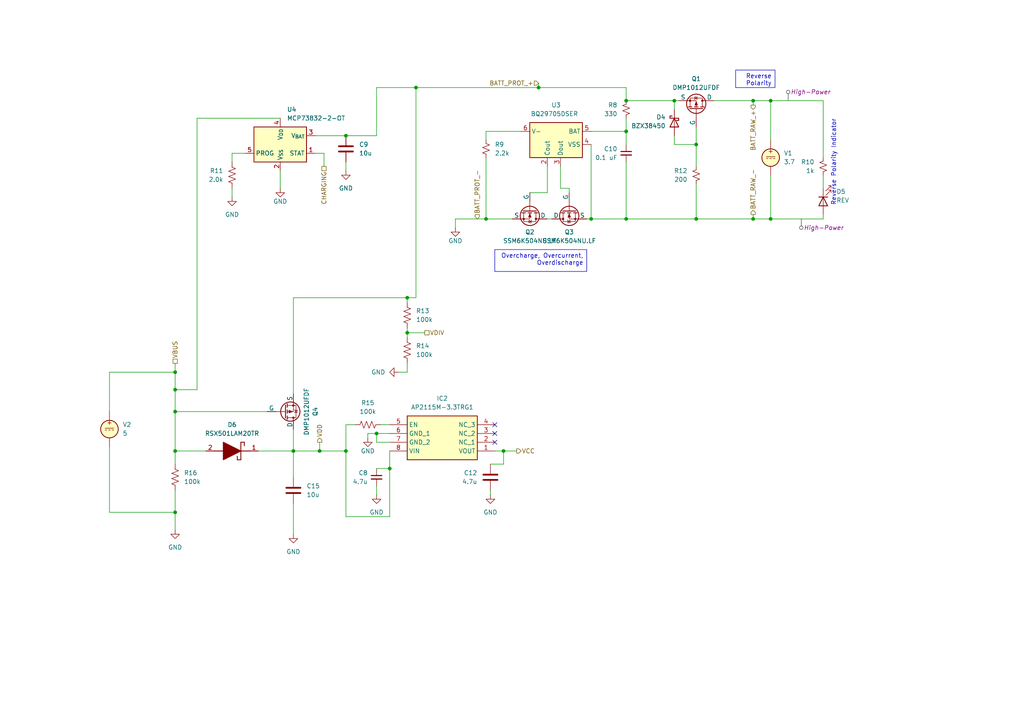
<source format=kicad_sch>
(kicad_sch (version 20230121) (generator eeschema)
  (paper "A4")
  (lib_symbols
    (symbol "Battery_Management:BQ297xy"
      (property "Reference" "U4" (at 0 10.16 0))
      (property "Value" "BQ29705DSER " (at 0 7.62 0))
      (symbol "BQ297xy_0_1"
        (rectangle (start -7.62 5.08) (end 7.62 -5.08) (stroke (width 0.254)) (fill (type background)))
      )
      (symbol "BQ297xy_1_1"
        (pin no_connect line (at 7.62 0 180) (length 2.54) hide (name "NC") (number "1"))
        (pin output line (at 2.54 -7.62 90) (length 2.54) (name "Cout") (number "2"))
        (pin output line (at -1.27 -7.62 90) (length 2.54) (name "Dout") (number "3"))
        (pin power_in line (at -10.16 -1.27 0) (length 2.54) (name "VSS") (number "4"))
        (pin input line (at -10.16 2.54 0) (length 2.54) (name "BAT") (number "5"))
        (pin input line (at 10.16 2.54 180) (length 2.54) (name "V-") (number "6"))
      )
    )
    (symbol "Battery_Management:MCP73832-2-OT"
      (property "Reference" "U" (at -7.62 6.35 0))
      (property "Value" "MCP73832-2-OT" (at 1.27 6.35 0))
      (symbol "MCP73832-2-OT_0_1"
        (rectangle (start -7.62 5.08) (end 7.62 -5.08) (stroke (width 0.254)) (fill (type background)))
      )
      (symbol "MCP73832-2-OT_1_1"
        (pin output line (at 10.16 -2.54 180) (length 2.54) (name "STAT") (number "1"))
        (pin power_in line (at 0 -7.62 90) (length 2.54) (name "V_{SS}") (number "2"))
        (pin power_out line (at 10.16 2.54 180) (length 2.54) (name "V_{BAT}") (number "3"))
        (pin power_in line (at 0 7.62 270) (length 2.54) (name "V_{DD}") (number "4"))
        (pin input line (at -10.16 -2.54 0) (length 2.54) (name "PROG") (number "5"))
      )
    )
    (symbol "Device:C" (pin_numbers hide) (pin_names (offset 0.254))
      (property "Reference" "C" (at 0.635 2.54 0))
      (property "Value" "C" (at 0.635 -2.54 0))
      (symbol "C_0_1"
        (polyline (pts (xy -2.032 -0.762) (xy 2.032 -0.762)) (stroke (width 0.508)))
        (polyline (pts (xy -2.032 0.762) (xy 2.032 0.762)) (stroke (width 0.508)))
      )
      (symbol "C_1_1"
        (pin passive line (at 0 3.81 270) (length 2.794) (name "~") (number "1"))
        (pin passive line (at 0 -3.81 90) (length 2.794) (name "~") (number "2"))
      )
    )
    (symbol "Device:C_Small" (pin_numbers hide) (pin_names (offset 0.254) hide)
      (property "Reference" "C" (at 0.254 1.778 0))
      (property "Value" "C_Small" (at 0.254 -2.032 0))
      (symbol "C_Small_0_1"
        (polyline (pts (xy -1.524 -0.508) (xy 1.524 -0.508)) (stroke (width 0.3302)))
        (polyline (pts (xy -1.524 0.508) (xy 1.524 0.508)) (stroke (width 0.3048)))
      )
      (symbol "C_Small_1_1"
        (pin passive line (at 0 2.54 270) (length 2.032) (name "~") (number "1"))
        (pin passive line (at 0 -2.54 90) (length 2.032) (name "~") (number "2"))
      )
    )
    (symbol "Device:D_Schottky" (pin_numbers hide) (pin_names (offset 1.016) hide)
      (property "Reference" "D" (at 0 2.54 0))
      (property "Value" "D_Schottky" (at 0 -2.54 0))
      (symbol "D_Schottky_0_1"
        (polyline (pts (xy 1.27 0) (xy -1.27 0)))
        (polyline (pts (xy 1.27 1.27) (xy 1.27 -1.27) (xy -1.27 0) (xy 1.27 1.27)) (stroke (width 0.254)))
        (polyline (pts (xy -1.905 0.635) (xy -1.905 1.27) (xy -1.27 1.27) (xy -1.27 -1.27) (xy -0.635 -1.27) (xy -0.635 -0.635)) (stroke (width 0.254)))
      )
      (symbol "D_Schottky_1_1"
        (pin passive line (at -3.81 0 0) (length 2.54) (name "K") (number "1"))
        (pin passive line (at 3.81 0 180) (length 2.54) (name "A") (number "2"))
      )
    )
    (symbol "Device:LED" (pin_numbers hide) (pin_names (offset 1.016) hide)
      (property "Reference" "D" (at 0 2.54 0))
      (property "Value" "LED" (at 0 -2.54 0))
      (symbol "LED_0_1"
        (polyline (pts (xy -1.27 -1.27) (xy -1.27 1.27)) (stroke (width 0.254)))
        (polyline (pts (xy -1.27 0) (xy 1.27 0)))
        (polyline (pts (xy 1.27 -1.27) (xy 1.27 1.27) (xy -1.27 0) (xy 1.27 -1.27)) (stroke (width 0.254)))
        (polyline (pts (xy -3.048 -0.762) (xy -4.572 -2.286) (xy -3.81 -2.286) (xy -4.572 -2.286) (xy -4.572 -1.524)))
        (polyline (pts (xy -1.778 -0.762) (xy -3.302 -2.286) (xy -2.54 -2.286) (xy -3.302 -2.286) (xy -3.302 -1.524)))
      )
      (symbol "LED_1_1"
        (pin passive line (at -3.81 0 0) (length 2.54) (name "K") (number "1"))
        (pin passive line (at 3.81 0 180) (length 2.54) (name "A") (number "2"))
      )
    )
    (symbol "Device:R_Small_US" (pin_numbers hide) (pin_names (offset 0.254) hide)
      (property "Reference" "R" (at 0.762 0.508 0))
      (property "Value" "R_Small_US" (at 0.762 -1.016 0))
      (symbol "R_Small_US_1_1"
        (polyline (pts (xy 0 0) (xy 1.016 -0.381) (xy 0 -0.762) (xy -1.016 -1.143) (xy 0 -1.524)))
        (polyline (pts (xy 0 1.524) (xy 1.016 1.143) (xy 0 0.762) (xy -1.016 0.381) (xy 0 0)))
        (pin passive line (at 0 2.54 270) (length 1.016) (name "~") (number "1"))
        (pin passive line (at 0 -2.54 90) (length 1.016) (name "~") (number "2"))
      )
    )
    (symbol "Device:R_US" (pin_numbers hide) (pin_names (offset 0))
      (property "Reference" "R" (at 2.54 0 90))
      (property "Value" "R_US" (at -2.54 0 90))
      (symbol "R_US_0_1"
        (polyline (pts (xy 0 -2.286) (xy 0 -2.54)))
        (polyline (pts (xy 0 2.286) (xy 0 2.54)))
        (polyline (pts (xy 0 -0.762) (xy 1.016 -1.143) (xy 0 -1.524) (xy -1.016 -1.905) (xy 0 -2.286)))
        (polyline (pts (xy 0 0.762) (xy 1.016 0.381) (xy 0 0) (xy -1.016 -0.381) (xy 0 -0.762)))
        (polyline (pts (xy 0 2.286) (xy 1.016 1.905) (xy 0 1.524) (xy -1.016 1.143) (xy 0 0.762)))
      )
      (symbol "R_US_1_1"
        (pin passive line (at 0 3.81 270) (length 1.27) (name "~") (number "1"))
        (pin passive line (at 0 -3.81 90) (length 1.27) (name "~") (number "2"))
      )
    )
    (symbol "Simulation_SPICE:NMOS" (pin_numbers hide) (pin_names (offset 0))
      (property "Reference" "Q" (at 5.08 1.27 0))
      (property "Value" "NMOS" (at 5.08 -1.27 0))
      (symbol "NMOS_0_1"
        (polyline (pts (xy 0.254 0) (xy -2.54 0)))
        (polyline (pts (xy 0.254 1.905) (xy 0.254 -1.905)) (stroke (width 0.254)))
        (polyline (pts (xy 0.762 -1.27) (xy 0.762 -2.286)) (stroke (width 0.254)))
        (polyline (pts (xy 0.762 0.508) (xy 0.762 -0.508)) (stroke (width 0.254)))
        (polyline (pts (xy 0.762 2.286) (xy 0.762 1.27)) (stroke (width 0.254)))
        (polyline (pts (xy 2.54 2.54) (xy 2.54 1.778)))
        (polyline (pts (xy 2.54 -2.54) (xy 2.54 0) (xy 0.762 0)))
        (polyline (pts (xy 0.762 -1.778) (xy 3.302 -1.778) (xy 3.302 1.778) (xy 0.762 1.778)))
        (polyline (pts (xy 1.016 0) (xy 2.032 0.381) (xy 2.032 -0.381) (xy 1.016 0)) (fill (type outline)))
        (polyline (pts (xy 2.794 0.508) (xy 2.921 0.381) (xy 3.683 0.381) (xy 3.81 0.254)))
        (polyline (pts (xy 3.302 0.381) (xy 2.921 -0.254) (xy 3.683 -0.254) (xy 3.302 0.381)))
        (circle (center 1.651 0) (radius 2.794) (stroke (width 0.254)))
        (circle (center 2.54 -1.778) (radius 0.254) (fill (type outline)))
        (circle (center 2.54 1.778) (radius 0.254) (fill (type outline)))
      )
      (symbol "NMOS_1_1"
        (pin passive line (at 2.54 5.08 270) (length 2.54) (name "D") (number "1"))
        (pin input line (at -5.08 0 0) (length 2.54) (name "G") (number "2"))
        (pin passive line (at 2.54 -5.08 90) (length 2.54) (name "S") (number "3"))
      )
    )
    (symbol "Simulation_SPICE:PMOS" (pin_numbers hide) (pin_names (offset 0))
      (property "Reference" "Q" (at 5.08 1.27 0))
      (property "Value" "PMOS" (at 5.08 -1.27 0))
      (symbol "PMOS_0_1"
        (polyline (pts (xy 0.254 0) (xy -2.54 0)))
        (polyline (pts (xy 0.254 1.905) (xy 0.254 -1.905)) (stroke (width 0.254)))
        (polyline (pts (xy 0.762 -1.27) (xy 0.762 -2.286)) (stroke (width 0.254)))
        (polyline (pts (xy 0.762 0.508) (xy 0.762 -0.508)) (stroke (width 0.254)))
        (polyline (pts (xy 0.762 2.286) (xy 0.762 1.27)) (stroke (width 0.254)))
        (polyline (pts (xy 2.54 2.54) (xy 2.54 1.778)))
        (polyline (pts (xy 2.54 -2.54) (xy 2.54 0) (xy 0.762 0)))
        (polyline (pts (xy 0.762 1.778) (xy 3.302 1.778) (xy 3.302 -1.778) (xy 0.762 -1.778)))
        (polyline (pts (xy 2.286 0) (xy 1.27 0.381) (xy 1.27 -0.381) (xy 2.286 0)) (fill (type outline)))
        (polyline (pts (xy 2.794 -0.508) (xy 2.921 -0.381) (xy 3.683 -0.381) (xy 3.81 -0.254)))
        (polyline (pts (xy 3.302 -0.381) (xy 2.921 0.254) (xy 3.683 0.254) (xy 3.302 -0.381)))
        (circle (center 1.651 0) (radius 2.794) (stroke (width 0.254)))
        (circle (center 2.54 -1.778) (radius 0.254) (fill (type outline)))
        (circle (center 2.54 1.778) (radius 0.254) (fill (type outline)))
      )
      (symbol "PMOS_1_1"
        (pin passive line (at 2.54 5.08 270) (length 2.54) (name "D") (number "1"))
        (pin input line (at -5.08 0 0) (length 2.54) (name "G") (number "2"))
        (pin passive line (at 2.54 -5.08 90) (length 2.54) (name "S") (number "3"))
      )
    )
    (symbol "Simulation_SPICE:VDC" (pin_numbers hide) (pin_names (offset 0.0254))
      (property "Reference" "V" (at 2.54 2.54 0))
      (property "Value" "1" (at 2.54 0 0))
      (symbol "VDC_0_0"
        (polyline (pts (xy -1.27 0.254) (xy 1.27 0.254)))
        (polyline (pts (xy -0.762 -0.254) (xy -1.27 -0.254)))
        (polyline (pts (xy 0.254 -0.254) (xy -0.254 -0.254)))
        (polyline (pts (xy 1.27 -0.254) (xy 0.762 -0.254)))
        (text "+" (at 0 1.905 0) (effects (font (size 1.27 1.27))))
      )
      (symbol "VDC_0_1"
        (circle (center 0 0) (radius 2.54) (stroke (width 0.254)) (fill (type background)))
      )
      (symbol "VDC_1_1"
        (pin passive line (at 0 5.08 270) (length 2.54) (name "~") (number "1"))
        (pin passive line (at 0 -5.08 90) (length 2.54) (name "~") (number "2"))
      )
    )
    (symbol "imports:AP2115M-3.3TRG1"
      (property "Reference" "IC" (at 26.67 7.62 0))
      (property "Value" "AP2115M-3.3TRG1" (at 26.67 5.08 0))
      (symbol "AP2115M-3.3TRG1_1_1"
        (rectangle (start 5.08 2.54) (end 25.4 -10.16) (stroke (width 0.254)) (fill (type background)))
        (pin passive line (at 0 0 0) (length 5.08) (name "VOUT") (number "1"))
        (pin passive line (at 0 -2.54 0) (length 5.08) (name "NC_1") (number "2"))
        (pin passive line (at 0 -5.08 0) (length 5.08) (name "NC_2") (number "3"))
        (pin passive line (at 0 -7.62 0) (length 5.08) (name "NC_3") (number "4"))
        (pin passive line (at 30.48 -7.62 180) (length 5.08) (name "EN") (number "5"))
        (pin passive line (at 30.48 -5.08 180) (length 5.08) (name "GND_1") (number "6"))
        (pin passive line (at 30.48 -2.54 180) (length 5.08) (name "GND_2") (number "7"))
        (pin passive line (at 30.48 0 180) (length 5.08) (name "VIN") (number "8"))
      )
    )
    (symbol "imports:RSX501LAM20TR" (pin_names hide)
      (property "Reference" "D" (at 12.7 8.89 0))
      (property "Value" "RSX501LAM20TR" (at 12.7 6.35 0))
      (symbol "RSX501LAM20TR_1_1"
        (polyline (pts (xy 5.08 0) (xy 7.62 0)) (stroke (width 0.254)))
        (polyline (pts (xy 6.604 -1.524) (xy 6.604 -2.54)) (stroke (width 0.254)))
        (polyline (pts (xy 7.62 -2.54) (xy 6.604 -2.54)) (stroke (width 0.254)))
        (polyline (pts (xy 7.62 2.54) (xy 7.62 -2.54)) (stroke (width 0.254)))
        (polyline (pts (xy 7.62 2.54) (xy 8.636 2.54)) (stroke (width 0.254)))
        (polyline (pts (xy 8.636 1.524) (xy 8.636 2.54)) (stroke (width 0.254)))
        (polyline (pts (xy 12.7 0) (xy 15.24 0)) (stroke (width 0.254)))
        (polyline (pts (xy 7.62 0) (xy 12.7 2.54) (xy 12.7 -2.54) (xy 7.62 0)) (stroke (width 0.254)) (fill (type outline)))
        (pin passive line (at 2.54 0 0) (length 2.54) (name "K") (number "1"))
        (pin passive line (at 17.78 0 180) (length 2.54) (name "A") (number "2"))
      )
    )
    (symbol "power:GND" (power) (pin_names (offset 0))
      (property "Value" "GND" (at 0 -3.81 0))
      (symbol "GND_0_1"
        (polyline (pts (xy 0 0) (xy 0 -1.27) (xy 1.27 -1.27) (xy 0 -2.54) (xy -1.27 -1.27) (xy 0 -1.27)))
      )
      (symbol "GND_1_1"
        (pin power_in line (at 0 0 270) (length 0) hide (name "GND") (number "1"))
      )
    )
  )
  (junction (at 223.52 29.21))
  (junction (at 140.97 63.5))
  (junction (at 118.11 86.36))
  (junction (at 181.61 29.21))
  (junction (at 201.93 41.91))
  (junction (at 195.58 29.21))
  (junction (at 171.45 63.5))
  (junction (at 50.8 119.38))
  (junction (at 109.22 125.73))
  (junction (at 218.44 63.5))
  (junction (at 100.33 39.37))
  (junction (at 156.21 25.4))
  (junction (at 146.05 130.81))
  (junction (at 201.93 63.5))
  (junction (at 218.44 29.21))
  (junction (at 92.71 130.81))
  (junction (at 120.65 25.4))
  (junction (at 50.8 113.03))
  (junction (at 223.52 63.5))
  (junction (at 118.11 96.52))
  (junction (at 85.09 130.81))
  (junction (at 50.8 107.95))
  (junction (at 100.33 130.81))
  (junction (at 50.8 130.81))
  (junction (at 50.8 148.59))
  (junction (at 113.03 135.89))
  (junction (at 181.61 63.5))
  (junction (at 181.61 38.1))
  (no_connect (at 143.51 123.19))
  (no_connect (at 143.51 125.73))
  (no_connect (at 143.51 128.27))
  (wire (pts (xy 140.97 45.72) (xy 140.97 63.5)))
  (wire (pts (xy 106.68 125.73) (xy 109.22 125.73)))
  (wire (pts (xy 113.03 125.73) (xy 109.22 125.73)))
  (wire (pts (xy 109.22 25.4) (xy 120.65 25.4)))
  (wire (pts (xy 140.97 63.5) (xy 148.59 63.5)))
  (wire (pts (xy 85.09 146.05) (xy 85.09 154.94)))
  (wire (pts (xy 118.11 86.36) (xy 120.65 86.36)))
  (wire (pts (xy 181.61 46.99) (xy 181.61 63.5)))
  (wire (pts (xy 181.61 29.21) (xy 195.58 29.21)))
  (wire (pts (xy 120.65 86.36) (xy 120.65 25.4)))
  (wire (pts (xy 181.61 25.4) (xy 156.21 25.4)))
  (wire (pts (xy 171.45 63.5) (xy 170.18 63.5)))
  (wire (pts (xy 67.31 54.61) (xy 67.31 57.15)))
  (wire (pts (xy 100.33 130.81) (xy 100.33 149.86)))
  (wire (pts (xy 118.11 107.95) (xy 118.11 105.41)))
  (wire (pts (xy 195.58 29.21) (xy 195.58 31.75)))
  (wire (pts (xy 207.01 29.21) (xy 218.44 29.21)))
  (wire (pts (xy 201.93 36.83) (xy 201.93 41.91)))
  (wire (pts (xy 50.8 130.81) (xy 50.8 134.62)))
  (wire (pts (xy 50.8 142.24) (xy 50.8 148.59)))
  (wire (pts (xy 181.61 38.1) (xy 181.61 41.91)))
  (wire (pts (xy 67.31 46.99) (xy 67.31 44.45)))
  (wire (pts (xy 140.97 63.5) (xy 132.08 63.5)))
  (wire (pts (xy 93.98 48.26) (xy 93.98 44.45)))
  (wire (pts (xy 81.28 34.29) (xy 57.15 34.29)))
  (wire (pts (xy 100.33 130.81) (xy 92.71 130.81)))
  (wire (pts (xy 100.33 39.37) (xy 91.44 39.37)))
  (wire (pts (xy 109.22 140.97) (xy 109.22 143.51)))
  (wire (pts (xy 85.09 124.46) (xy 85.09 130.81)))
  (wire (pts (xy 85.09 86.36) (xy 85.09 114.3)))
  (wire (pts (xy 100.33 123.19) (xy 100.33 130.81)))
  (wire (pts (xy 106.68 127) (xy 106.68 125.73)))
  (wire (pts (xy 158.75 63.5) (xy 160.02 63.5)))
  (wire (pts (xy 223.52 50.8) (xy 223.52 63.5)))
  (wire (pts (xy 146.05 134.62) (xy 146.05 130.81)))
  (wire (pts (xy 146.05 130.81) (xy 149.86 130.81)))
  (wire (pts (xy 81.28 49.53) (xy 81.28 54.61)))
  (wire (pts (xy 140.97 38.1) (xy 151.13 38.1)))
  (wire (pts (xy 118.11 96.52) (xy 123.19 96.52)))
  (wire (pts (xy 92.71 128.27) (xy 92.71 130.81)))
  (wire (pts (xy 115.57 107.95) (xy 118.11 107.95)))
  (wire (pts (xy 100.33 39.37) (xy 109.22 39.37)))
  (wire (pts (xy 113.03 130.81) (xy 113.03 135.89)))
  (wire (pts (xy 50.8 113.03) (xy 50.8 119.38)))
  (wire (pts (xy 142.24 134.62) (xy 146.05 134.62)))
  (wire (pts (xy 238.76 63.5) (xy 238.76 62.23)))
  (wire (pts (xy 171.45 41.91) (xy 171.45 63.5)))
  (wire (pts (xy 223.52 29.21) (xy 238.76 29.21)))
  (wire (pts (xy 196.85 29.21) (xy 195.58 29.21)))
  (wire (pts (xy 201.93 53.34) (xy 201.93 63.5)))
  (wire (pts (xy 238.76 50.8) (xy 238.76 54.61)))
  (wire (pts (xy 31.75 129.54) (xy 31.75 148.59)))
  (wire (pts (xy 50.8 119.38) (xy 50.8 130.81)))
  (wire (pts (xy 165.1 54.61) (xy 162.56 54.61)))
  (wire (pts (xy 223.52 63.5) (xy 238.76 63.5)))
  (wire (pts (xy 218.44 29.21) (xy 218.44 30.48)))
  (wire (pts (xy 195.58 41.91) (xy 201.93 41.91)))
  (wire (pts (xy 31.75 119.38) (xy 31.75 107.95)))
  (wire (pts (xy 110.49 123.19) (xy 113.03 123.19)))
  (wire (pts (xy 181.61 38.1) (xy 171.45 38.1)))
  (wire (pts (xy 223.52 29.21) (xy 223.52 40.64)))
  (wire (pts (xy 143.51 130.81) (xy 146.05 130.81)))
  (wire (pts (xy 118.11 96.52) (xy 118.11 97.79)))
  (wire (pts (xy 158.75 48.26) (xy 158.75 55.88)))
  (wire (pts (xy 67.31 44.45) (xy 71.12 44.45)))
  (wire (pts (xy 181.61 25.4) (xy 181.61 29.21)))
  (wire (pts (xy 218.44 62.23) (xy 218.44 63.5)))
  (wire (pts (xy 50.8 105.41) (xy 50.8 107.95)))
  (wire (pts (xy 118.11 87.63) (xy 118.11 86.36)))
  (wire (pts (xy 181.61 34.29) (xy 181.61 38.1)))
  (wire (pts (xy 165.1 54.61) (xy 165.1 55.88)))
  (wire (pts (xy 57.15 34.29) (xy 57.15 113.03)))
  (wire (pts (xy 201.93 41.91) (xy 201.93 48.26)))
  (wire (pts (xy 100.33 123.19) (xy 102.87 123.19)))
  (wire (pts (xy 57.15 113.03) (xy 50.8 113.03)))
  (wire (pts (xy 109.22 135.89) (xy 113.03 135.89)))
  (wire (pts (xy 109.22 25.4) (xy 109.22 39.37)))
  (wire (pts (xy 31.75 107.95) (xy 50.8 107.95)))
  (wire (pts (xy 120.65 25.4) (xy 156.21 25.4)))
  (wire (pts (xy 85.09 86.36) (xy 118.11 86.36)))
  (wire (pts (xy 85.09 130.81) (xy 85.09 138.43)))
  (wire (pts (xy 50.8 130.81) (xy 59.69 130.81)))
  (wire (pts (xy 140.97 38.1) (xy 140.97 40.64)))
  (wire (pts (xy 50.8 119.38) (xy 77.47 119.38)))
  (wire (pts (xy 92.71 130.81) (xy 85.09 130.81)))
  (wire (pts (xy 162.56 54.61) (xy 162.56 48.26)))
  (wire (pts (xy 118.11 95.25) (xy 118.11 96.52)))
  (wire (pts (xy 113.03 128.27) (xy 109.22 128.27)))
  (wire (pts (xy 100.33 149.86) (xy 113.03 149.86)))
  (wire (pts (xy 74.93 130.81) (xy 85.09 130.81)))
  (wire (pts (xy 50.8 148.59) (xy 50.8 153.67)))
  (wire (pts (xy 100.33 46.99) (xy 100.33 49.53)))
  (wire (pts (xy 153.67 55.88) (xy 158.75 55.88)))
  (wire (pts (xy 50.8 107.95) (xy 50.8 113.03)))
  (wire (pts (xy 31.75 148.59) (xy 50.8 148.59)))
  (wire (pts (xy 218.44 29.21) (xy 223.52 29.21)))
  (wire (pts (xy 238.76 45.72) (xy 238.76 29.21)))
  (wire (pts (xy 93.98 44.45) (xy 91.44 44.45)))
  (wire (pts (xy 132.08 63.5) (xy 132.08 66.04)))
  (wire (pts (xy 142.24 142.24) (xy 142.24 143.51)))
  (wire (pts (xy 156.21 24.13) (xy 156.21 25.4)))
  (wire (pts (xy 113.03 135.89) (xy 113.03 149.86)))
  (wire (pts (xy 201.93 63.5) (xy 218.44 63.5)))
  (wire (pts (xy 181.61 63.5) (xy 171.45 63.5)))
  (wire (pts (xy 109.22 125.73) (xy 109.22 128.27)))
  (wire (pts (xy 181.61 63.5) (xy 201.93 63.5)))
  (wire (pts (xy 195.58 39.37) (xy 195.58 41.91)))
  (wire (pts (xy 218.44 63.5) (xy 223.52 63.5)))
  (text_box "Reverse Polarity" (at 213.36 20.32 0) (size 11.43 5.08) (effects (font (size 1.27 1.27)) (justify right top)))
  (text_box "Overcharge, Overcurrent, Overdischarge" (at 143.51 72.39 0) (size 26.67 6.35) (effects (font (size 1.27 1.27)) (justify right top)))
  (text "Reverse Polarity Indicator" (at 242.57 59.69 90) (effects (font (size 1.27 1.27)) (justify left bottom)))
  (hierarchical_label "BATT_PROT_+" (shape input) (at 156.21 24.13 180))
  (hierarchical_label "VCC" (shape output) (at 149.86 130.81 0))
  (hierarchical_label "VDIV" (shape passive) (at 123.19 96.52 0))
  (hierarchical_label "VDD" (shape output) (at 92.71 128.27 90))
  (hierarchical_label "VBUS" (shape passive) (at 50.8 105.41 90))
  (hierarchical_label "BATT_RAW_+" (shape output) (at 218.44 30.48 270))
  (hierarchical_label "BATT_RAW_-" (shape output) (at 218.44 62.23 90))
  (hierarchical_label "BATT_PROT_-" (shape input) (at 138.43 63.5 90))
  (hierarchical_label "CHARGING" (shape passive) (at 93.98 48.26 270))
  (netclass_flag "" (length 2.54) (shape round) (at 228.6 29.21 0) (property "Netclass" "High-Power" (at 229.2985 26.67 0) (effects (font italic) (justify left))))
  (netclass_flag "" (length 2.54) (shape round) (at 232.41 63.5 180) (property "Netclass" "High-Power" (at 233.1085 66.04 0) (effects (font italic) (justify left))))
  (symbol (lib_id "Device:C") (at 85.09 142.24 0) (unit 1)
    (property "Reference" "C15" (at 88.9 140.97 0) (effects (justify left)))
    (property "Value" "10u" (at 88.9 143.51 0) (effects (justify left)))
    (property "Footprint" "Capacitor_SMD:C_0402_1005Metric" (effects hide))
    (property "Datasheet" "https://www.mouser.com/datasheet/2/281/1/GRM155R60J106ME05_01A-1983717.pdf" (effects hide))
    (property "JLCPCB Part #" "C723895" (effects hide))
    (property "Manufacturer" "Murata" (effects hide))
    (property "Manufacturer_Part_Number" "GRM155R60J106ME05D" (effects hide))
    (property "Mouser Part Number" "81-GRM155R60J106M05D" (effects hide))
  )
  (symbol (lib_id "Device:R_US") (at 118.11 101.6 0) (unit 1)
    (property "Reference" "R14" (at 120.65 100.33 0) (effects (justify left)))
    (property "Value" "100k" (at 120.65 102.87 0) (effects (justify left)))
    (property "Footprint" "Resistor_SMD:R_0402_1005Metric" (effects hide))
    (property "Datasheet" "https://www.mouser.com/datasheet/2/210/Kamaya_RMC_series_8_2022-3032447.pdf" (effects hide))
    (property "JLCPCB Part #" "C323691" (effects hide))
    (property "Manufacturer" "KAMAYA" (effects hide))
    (property "Manufacturer_Part_Number" "RMC10K104FTH" (effects hide))
    (property "Mouser Part Number" "791-RMC10K104FTH" (effects hide))
  )
  (symbol (lib_id "Simulation_SPICE:NMOS") (at 165.1 60.96 90) (mirror x) (unit 1)
    (property "Reference" "Q3" (at 165.1 67.31 90))
    (property "Value" "SSM6K504NU.LF" (at 165.1 69.85 90))
    (property "Footprint" "Imports:SSM6K504NULF" (effects hide))
    (property "Datasheet" "https://www.mouser.com/datasheet/2/408/SSM6K504NU_datasheet_en_20230118-1915952.pdf" (effects hide))
    (property "Sim.Device" "NMOS" (effects hide))
    (property "Sim.Type" "VDMOS" (effects hide))
    (property "JLCPCB Part #" "C2762699" (effects hide))
    (property "Manufacturer" "TOSHIBA" (effects hide))
    (property "Manufacturer_Part_Number" "SSM6K504NU,LF" (effects hide))
    (property "Mouser Part Number" "757-SSM6K504NULF " (effects hide))
    (instances (project "system-board" (path "" (reference "Q3") (unit 1))) (project "stacked-boards" (path "" (reference "Q5") (unit 1))))
  )
  (symbol (lib_id "Device:D_Schottky") (at 195.58 35.56 90) (mirror x) (unit 1)
    (property "Reference" "D4" (at 193.04 33.9725 90) (effects (justify left)))
    (property "Value" "BZX38450" (at 193.04 36.5125 90) (effects (justify left)))
    (property "Footprint" "Diode_SMD:D_SOD-323" (effects hide))
    (property "Datasheet" "https://www.mouser.com/datasheet/2/916/BZX38450_SER-2580605.pdf" (effects hide))
    (property "JLCPCB Part #" "C3741657" (effects hide))
    (property "Manufacturer" "Nexperia" (effects hide))
    (property "Manufacturer_Part_Number" "BZX38450-C1V8X" (effects hide))
    (property "Mouser Part Number" "771-BZX38450-C1V8X" (effects hide))
    (instances (project "system-board" (path "" (reference "D4") (unit 1))) (project "stacked-boards" (path "" (reference "D8") (unit 1))))
  )
  (symbol (lib_id "Device:C") (at 142.24 138.43 0) (unit 1)
    (property "Reference" "C12" (at 138.43 137.16 0) (effects (justify right)))
    (property "Value" "4.7u" (at 138.43 139.7 0) (effects (justify right)))
    (property "Footprint" "Capacitor_SMD:C_0603_1608Metric" (effects hide))
    (property "Datasheet" "https://www.mouser.com/datasheet/2/585/MLCC-1837944.pdf" (effects hide))
    (property "JLCPCB Part #" "C154959" (effects hide))
    (property "Manufacturer" "Samsung Electro-Mechanics" (effects hide))
    (property "Manufacturer_Part_Number" "CL10A475MQ8NNNC " (effects hide))
    (property "Mouser Part Number" "187-CL10A475MQ8NNNC " (effects hide))
  )
  (symbol (lib_id "Device:C") (at 100.33 43.18 0) (unit 1)
    (property "Reference" "C9" (at 104.14 41.91 0) (effects (justify left)))
    (property "Value" "10u" (at 104.14 44.45 0) (effects (justify left)))
    (property "Footprint" "Capacitor_SMD:C_0402_1005Metric" (effects hide))
    (property "Datasheet" "https://www.mouser.com/datasheet/2/281/1/GRM155R60J106ME05_01A-1983717.pdf" (effects hide))
    (property "JLCPCB Part #" "C723895" (effects hide))
    (property "Manufacturer" "Murata" (effects hide))
    (property "Manufacturer_Part_Number" "GRM155R60J106ME05D" (effects hide))
    (property "Mouser Part Number" "81-GRM155R60J106M05D" (effects hide))
  )
  (symbol (lib_id "Simulation_SPICE:PMOS") (at 82.55 119.38 0) (mirror x) (unit 1)
    (property "Reference" "Q4" (at 91.44 119.38 90))
    (property "Value" "DMP1012UFDF" (at 88.9 119.38 90))
    (property "Footprint" "Imports:DMP1012UFDF" (effects hide))
    (property "Datasheet" "https://www.mouser.com/datasheet/2/115/DIOD_S_A0004145080_1-2542369.pdf" (effects hide))
    (property "Sim.Device" "PMOS" (effects hide))
    (property "Sim.Type" "VDMOS" (effects hide))
    (property "Sim.Pins" "1=D 2=G 3=S" (effects hide))
    (property "Manufacturer" "Diodes Incorporated " (effects hide))
    (property "Manufacturer_Part_Number" "DMP1012UFDF-7 " (effects hide))
    (property "Mouser Part Number" "621-DMP1012UFDF-7 " (effects hide))
    (instances (project "system-board" (path "" (reference "Q4") (unit 1))) (project "stacked-boards" (path "" (reference "Q?") (unit 1)) (path "" (reference "Q4") (unit 1))))
  )
  (symbol (lib_id "Device:R_US") (at 106.68 123.19 90) (unit 1)
    (property "Reference" "R15" (at 106.68 116.84 90))
    (property "Value" "100k" (at 106.68 119.38 90))
    (property "Footprint" "Resistor_SMD:R_0402_1005Metric" (effects hide))
    (property "Datasheet" "https://www.mouser.com/datasheet/2/210/Kamaya_RMC_series_8_2022-3032447.pdf" (effects hide))
    (property "JLCPCB Part #" "C323691" (effects hide))
    (property "Manufacturer" "KAMAYA" (effects hide))
    (property "Manufacturer_Part_Number" "RMC10K104FTH" (effects hide))
    (property "Mouser Part Number" "791-RMC10K104FTH" (effects hide))
  )
  (symbol (lib_id "power:GND") (at 81.28 54.61 0) (unit 1)
    (property "Reference" "#PWR038" (effects hide))
    (property "Value" "GND" (at 81.28 58.42 0))
  )
  (symbol (lib_id "Device:R_US") (at 67.31 50.8 0) (unit 1)
    (property "Reference" "R11" (at 64.77 49.53 0) (effects (justify right)))
    (property "Value" "2.0k" (at 64.77 52.07 0) (effects (justify right)))
    (property "Footprint" "Resistor_SMD:R_0402_1005Metric" (effects hide))
    (property "Datasheet" "https://www.mouser.com/datasheet/2/447/PYu_RC_Group_51_RoHS_L_11-1984063.pdf" (effects hide))
    (property "JLCPCB Part #" "C137887" (effects hide))
    (property "Manufacturer" "YAGEO" (effects hide))
    (property "Manufacturer_Part_Number" "RC0402JR-072KL" (effects hide))
    (property "Mouser Part Number" "603-RC0402JR-072KL " (effects hide))
  )
  (symbol (lib_id "Device:R_Small_US") (at 140.97 43.18 0) (unit 1)
    (property "Reference" "R9" (at 143.51 41.91 0) (effects (justify left)))
    (property "Value" "2.2k" (at 143.51 44.45 0) (effects (justify left)))
    (property "Footprint" "Resistor_SMD:R_0402_1005Metric" (effects hide))
    (property "Datasheet" "https://www.vishay.com/doc?20035" (effects hide))
    (property "JLCPCB Part #" "C2076947" (effects hide))
    (property "Manufacturer" "Vishay Intertech" (effects hide))
    (property "Manufacturer_Part_Number" "CRCW04022K20FKEDC" (effects hide))
    (property "Mouser Part Number" "71-CRCW0402-2.2K-E3" (effects hide))
    (instances (project "system-board" (path "" (reference "R9") (unit 1))) (project "stacked-boards" (path "" (reference "R?") (unit 1)) (path "" (reference "R16") (unit 1))))
  )
  (symbol (lib_id "Device:LED") (at 238.76 58.42 90) (mirror x) (unit 1)
    (property "Reference" "D5" (at 242.57 55.5625 90) (effects (justify right)))
    (property "Value" "REV" (at 242.57 58.1025 90) (effects (justify right)))
    (property "Footprint" "LED_SMD:LED_0603_1608Metric" (effects hide))
    (property "Datasheet" "https://www.mouser.com/datasheet/2/445/150060SS75000-3085642.pdf" (effects hide))
    (property "Manufacturer" "Lite-On" (effects hide))
    (property "Manufacturer_Part_Number" "LTST-C193KRKT-5A" (effects hide))
    (property "Mouser Part Number" "859-LTSTC193KRKT5A " (effects hide))
    (property "JLCPCB Part #" "C157741" (effects hide))
    (instances (project "system-board" (path "" (reference "D5") (unit 1))) (project "stacked-boards" (path "" (reference "D?") (unit 1)) (path "" (reference "D9") (unit 1))))
  )
  (symbol (lib_id "imports:AP2115M-3.3TRG1") (at 143.51 130.81 180) (unit 1)
    (property "Reference" "IC2" (at 128.27 115.57 0))
    (property "Value" "AP2115M-3.3TRG1" (at 128.27 118.11 0))
    (property "Footprint" "Package_SO:SOIC-8_3.9x4.9mm_P1.27mm" (effects hide))
    (property "Datasheet" "https://www.diodes.com/assets/Datasheets/AP2115.pdf" (effects hide))
    (property "Height" "1.75" (effects hide))
    (property "Mouser Part Number" "621-AP2115M-3.3TRG1" (effects hide))
    (property "Mouser Price/Stock" "https://www.mouser.co.uk/ProductDetail/Diodes-Incorporated/AP2115M-3.3TRG1?qs=5V6w%252Be2aIqbVLTRjnkf%2FBA%3D%3D" (effects hide))
    (property "Manufacturer_Name" "Diodes Inc." (effects hide))
    (property "Manufacturer_Part_Number" "AP2115M-3.3TRG1" (effects hide))
    (property "JLCPCB Part #" "C5329420" (effects hide))
    (property "Manufacturer" "Diodes Incorporated" (effects hide))
    (instances (project "system-board" (path "" (reference "IC2") (unit 1)) (path "" (reference "IC3") (unit 1))))
  )
  (symbol (lib_id "power:GND") (at 109.22 143.51 0) (unit 1)
    (property "Reference" "#PWR035" (effects hide))
    (property "Value" "GND" (at 109.22 148.59 0))
    (instances (project "system-board" (path "" (reference "#PWR035") (unit 1)) (path "" (reference "#PWR045") (unit 1))))
  )
  (symbol (lib_id "Device:C_Small") (at 181.61 44.45 0) (mirror y) (unit 1)
    (property "Reference" "C10" (at 179.07 43.1863 0) (effects (justify left)))
    (property "Value" "0.1 uF" (at 179.07 45.7263 0) (effects (justify left)))
    (property "Footprint" "Capacitor_SMD:C_0201_0603Metric" (effects hide))
    (property "Datasheet" "https://www.mouser.com/datasheet/2/40/cx5r_KGM-3223198.pdf" (effects hide))
    (property "JLCPCB Part #" "C5188607" (effects hide))
    (property "Manufacturer" "02016D104KAT2A" (effects hide))
    (property "Manufacturer_Part_Number" "02016D104KAT2A" (effects hide))
    (property "Mouser Part Number" "581-02016D104KAT2A" (effects hide))
    (instances (project "system-board" (path "" (reference "C10") (unit 1))) (project "stacked-boards" (path "" (reference "C?") (unit 1)) (path "" (reference "C24") (unit 1))))
  )
  (symbol (lib_id "Battery_Management:BQ297xy") (at 161.29 40.64 0) (mirror y) (unit 1)
    (property "Reference" "U3" (at 161.29 30.48 0))
    (property "Value" "BQ29705DSER " (at 161.29 33.02 0))
    (property "Footprint" "Package_SON:WSON-6_1.5x1.5mm_P0.5mm" (effects hide))
    (property "Datasheet" "https://www.ti.com/lit/ds/symlink/bq2970.pdf?HQS=dis-mous-null-mousermode-dsf-pf-null-wwe&ts=1686911935075&ref_url=https%253A%252F%252Fwww.mouser.ca%252F" (effects hide))
    (instances (project "system-board" (path "" (reference "U3") (unit 1))) (project "stacked-boards" (path "" (reference "U?") (unit 1)) (path "" (reference "U4") (unit 1))))
  )
  (symbol (lib_id "Simulation_SPICE:VDC") (at 223.52 45.72 0) (unit 1) (in_bom no) (on_board no)
    (property "Reference" "V1" (at 227.33 44.4142 0) (effects (justify left)))
    (property "Value" "3.7" (at 227.33 46.9542 0) (effects (justify left)))
    (property "Sim.Pins" "1=+ 2=-" (effects hide))
    (property "Sim.Type" "DC" (effects hide))
    (property "Sim.Device" "V" (effects hide))
  )
  (symbol (lib_id "Battery_Management:MCP73832-2-OT") (at 81.28 41.91 0) (unit 1)
    (property "Reference" "U4" (at 83.2359 31.75 0) (effects (justify left)))
    (property "Value" "MCP73832-2-OT" (at 83.2359 34.29 0) (effects (justify left)))
    (property "Footprint" "Package_TO_SOT_SMD:SOT-23-5" (effects hide))
    (property "Datasheet" "http://ww1.microchip.com/downloads/en/DeviceDoc/20001984g.pdf" (effects hide))
  )
  (symbol (lib_id "power:GND") (at 85.09 154.94 0) (unit 1)
    (property "Reference" "#PWR049" (effects hide))
    (property "Value" "GND" (at 85.09 160.02 0))
  )
  (symbol (lib_id "Simulation_SPICE:PMOS") (at 201.93 31.75 270) (mirror x) (unit 1)
    (property "Reference" "Q1" (at 201.93 22.86 90))
    (property "Value" "DMP1012UFDF" (at 201.93 25.4 90))
    (property "Footprint" "Imports:DMP1012UFDF" (effects hide))
    (property "Datasheet" "https://www.mouser.com/datasheet/2/115/DIOD_S_A0004145080_1-2542369.pdf" (effects hide))
    (property "Sim.Device" "PMOS" (effects hide))
    (property "Sim.Type" "VDMOS" (effects hide))
    (property "Sim.Pins" "1=D 2=G 3=S" (effects hide))
    (property "Manufacturer" "Diodes Incorporated " (effects hide))
    (property "Manufacturer_Part_Number" "DMP1012UFDF-7 " (effects hide))
    (property "Mouser Part Number" "621-DMP1012UFDF-7 " (effects hide))
    (instances (project "system-board" (path "" (reference "Q1") (unit 1))) (project "stacked-boards" (path "" (reference "Q?") (unit 1)) (path "" (reference "Q4") (unit 1))))
  )
  (symbol (lib_id "power:GND") (at 100.33 49.53 0) (unit 1)
    (property "Reference" "#PWR037" (effects hide))
    (property "Value" "GND" (at 100.33 54.61 0))
  )
  (symbol (lib_id "power:GND") (at 67.31 57.15 0) (unit 1)
    (property "Reference" "#PWR039" (effects hide))
    (property "Value" "GND" (at 67.31 62.23 0))
  )
  (symbol (lib_id "Device:R_Small_US") (at 238.76 48.26 0) (mirror y) (unit 1)
    (property "Reference" "R10" (at 236.22 46.99 0) (effects (justify left)))
    (property "Value" "1k" (at 236.22 49.53 0) (effects (justify left)))
    (property "Footprint" "Resistor_SMD:R_0402_1005Metric" (effects hide))
    (property "Datasheet" "https://www.mouser.com/datasheet/2/418/3/NG_CS_1309350_PASSIVE_COMPONENT_0807-1235596.pdf" (effects hide))
    (property "JLCPCB Part #" "C2073750" (effects hide))
    (property "Manufacturer" "TE Connectivity" (effects hide))
    (property "Manufacturer_Part_Number" "CRG0402F1K0" (effects hide))
    (property "Mouser Part Number" "279-CRG0402F1K0 " (effects hide))
    (instances (project "system-board" (path "" (reference "R10") (unit 1))) (project "stacked-boards" (path "" (reference "R?") (unit 1)) (path "" (reference "R17") (unit 1))))
  )
  (symbol (lib_id "power:GND") (at 115.57 107.95 270) (unit 1)
    (property "Reference" "#PWR041" (effects hide))
    (property "Value" "GND" (at 111.76 107.95 90) (effects (justify right)))
  )
  (symbol (lib_id "power:GND") (at 142.24 143.51 0) (unit 1)
    (property "Reference" "#PWR046" (effects hide))
    (property "Value" "GND" (at 142.24 148.59 0))
  )
  (symbol (lib_id "power:GND") (at 50.8 153.67 0) (unit 1)
    (property "Reference" "#PWR048" (effects hide))
    (property "Value" "GND" (at 50.8 158.75 0))
  )
  (symbol (lib_id "Device:R_US") (at 118.11 91.44 0) (unit 1)
    (property "Reference" "R13" (at 120.65 90.17 0) (effects (justify left)))
    (property "Value" "100k" (at 120.65 92.71 0) (effects (justify left)))
    (property "Footprint" "Resistor_SMD:R_0402_1005Metric" (effects hide))
    (property "Datasheet" "https://www.mouser.com/datasheet/2/210/Kamaya_RMC_series_8_2022-3032447.pdf" (effects hide))
    (property "JLCPCB Part #" "C323691" (effects hide))
    (property "Manufacturer" "KAMAYA" (effects hide))
    (property "Manufacturer_Part_Number" "RMC10K104FTH" (effects hide))
    (property "Mouser Part Number" "791-RMC10K104FTH" (effects hide))
  )
  (symbol (lib_id "Device:R_Small_US") (at 181.61 31.75 0) (mirror y) (unit 1)
    (property "Reference" "R8" (at 179.07 30.48 0) (effects (justify left)))
    (property "Value" "330" (at 179.07 33.02 0) (effects (justify left)))
    (property "Footprint" "Resistor_SMD:R_0402_1005Metric" (effects hide))
    (property "Datasheet" "https://www.mouser.com/datasheet/2/210/Kamaya_RMC_series_8_2022-3032447.pdf" (effects hide))
    (property "JLCPCB Part #" "C323723" (effects hide))
    (property "Manufacturer" "KAMAYA" (effects hide))
    (property "Manufacturer_Part_Number" "RMC10-331JTH" (effects hide))
    (property "Mouser Part Number" "791-RMC10-331JTH" (effects hide))
    (instances (project "system-board" (path "" (reference "R8") (unit 1))) (project "stacked-boards" (path "" (reference "R?") (unit 1)) (path "" (reference "R15") (unit 1))))
  )
  (symbol (lib_id "power:GND") (at 106.68 127 0) (unit 1)
    (property "Reference" "#PWR035" (effects hide))
    (property "Value" "GND" (at 106.68 130.81 0))
    (instances (project "system-board" (path "" (reference "#PWR035") (unit 1)) (path "" (reference "#PWR042") (unit 1))))
  )
  (symbol (lib_id "Device:R_US") (at 50.8 138.43 0) (unit 1)
    (property "Reference" "R16" (at 53.34 137.16 0) (effects (justify left)))
    (property "Value" "100k" (at 53.34 139.7 0) (effects (justify left)))
    (property "Footprint" "Resistor_SMD:R_0402_1005Metric" (effects hide))
    (property "Datasheet" "https://www.mouser.com/datasheet/2/210/Kamaya_RMC_series_8_2022-3032447.pdf" (effects hide))
    (property "JLCPCB Part #" "C323691" (effects hide))
    (property "Manufacturer" "KAMAYA" (effects hide))
    (property "Manufacturer_Part_Number" "RMC10K104FTH" (effects hide))
    (property "Mouser Part Number" "791-RMC10K104FTH" (effects hide))
  )
  (symbol (lib_id "Device:C_Small") (at 109.22 138.43 0) (mirror y) (unit 1)
    (property "Reference" "C8" (at 106.68 137.1663 0) (effects (justify left)))
    (property "Value" "4.7u" (at 106.68 139.7063 0) (effects (justify left)))
    (property "Footprint" "Capacitor_SMD:C_0603_1608Metric" (effects hide))
    (property "Datasheet" "https://www.mouser.com/datasheet/2/585/MLCC-1837944.pdf" (effects hide))
    (property "JLCPCB Part #" "C154959" (effects hide))
    (property "Manufacturer" "Samsung Electro-Mechanics" (effects hide))
    (property "Manufacturer_Part_Number" "CL10A475MQ8NNNC " (effects hide))
    (property "Mouser Part Number" "187-CL10A475MQ8NNNC " (effects hide))
    (instances (project "system-board" (path "" (reference "C8") (unit 1)) (path "" (reference "C11") (unit 1))))
  )
  (symbol (lib_id "power:GND") (at 132.08 66.04 0) (unit 1)
    (property "Reference" "#PWR040" (effects hide))
    (property "Value" "GND" (at 132.08 69.85 0))
  )
  (symbol (lib_id "Device:R_Small_US") (at 201.93 50.8 0) (mirror y) (unit 1)
    (property "Reference" "R12" (at 199.39 49.53 0) (effects (justify left)))
    (property "Value" "200" (at 199.39 52.07 0) (effects (justify left)))
    (property "Footprint" "Resistor_SMD:R_0402_1005Metric" (effects hide))
    (property "Datasheet" "https://www.mouser.com/datasheet/2/447/PYu_RC_Group_51_RoHS_L_11-1984063.pdf" (effects hide))
    (property "JLCPCB Part #" "C114764" (effects hide))
    (property "Manufacturer" "YAGEO" (effects hide))
    (property "Manufacturer_Part_Number" "RC0402FR-07200RL" (effects hide))
    (property "Mouser Part Number" "603-RC0603FR-07205RL" (effects hide))
    (instances (project "system-board" (path "" (reference "R12") (unit 1))) (project "stacked-boards" (path "" (reference "R?") (unit 1)) (path "" (reference "R18") (unit 1))))
  )
  (symbol (lib_id "Simulation_SPICE:NMOS") (at 153.67 60.96 270) (unit 1)
    (property "Reference" "Q2" (at 153.67 67.31 90))
    (property "Value" "SSM6K504NU.LF" (at 153.67 69.85 90))
    (property "Footprint" "Imports:SSM6K504NULF" (effects hide))
    (property "Datasheet" "https://www.mouser.com/datasheet/2/408/SSM6K504NU_datasheet_en_20230118-1915952.pdf" (effects hide))
    (property "Sim.Device" "NMOS" (effects hide))
    (property "Sim.Type" "VDMOS" (effects hide))
    (property "JLCPCB Part #" "C2762699" (effects hide))
    (property "Manufacturer" "TOSHIBA" (effects hide))
    (property "Manufacturer_Part_Number" "SSM6K504NU,LF" (effects hide))
    (property "Mouser Part Number" "757-SSM6K504NULF " (effects hide))
    (instances (project "system-board" (path "" (reference "Q2") (unit 1))) (project "stacked-boards" (path "" (reference "Q9") (unit 1))))
  )
  (symbol (lib_id "Simulation_SPICE:VDC") (at 31.75 124.46 0) (unit 1) (in_bom no) (on_board no)
    (property "Reference" "V2" (at 35.56 123.1542 0) (effects (justify left)))
    (property "Value" "5" (at 35.56 125.6942 0) (effects (justify left)))
    (property "Sim.Pins" "1=+ 2=-" (effects hide))
    (property "Sim.Type" "DC" (effects hide))
    (property "Sim.Device" "V" (effects hide))
  )
  (symbol (lib_id "imports:RSX501LAM20TR") (at 77.47 130.81 180) (unit 1)
    (property "Reference" "D6" (at 67.31 123.19 0))
    (property "Value" "RSX501LAM20TR" (at 67.31 125.73 0))
    (property "Footprint" "Imports:SODFL4725X105N" (effects hide))
    (property "Datasheet" "https://fscdn.rohm.com/en/products/databook/datasheet/discrete/diode/schottky_barrier/rsx501lam20tr-e.pdf" (effects hide))
    (property "Height" "1.05" (effects hide))
    (property "Mouser Part Number" "755-RSX501LAM20TR" (effects hide))
    (property "Mouser Price/Stock" "https://www.mouser.co.uk/ProductDetail/ROHM-Semiconductor/RSX501LAM20TR?qs=gt1LBUVyoHmI1j7Jcf5%252B1g%3D%3D" (effects hide))
    (property "Manufacturer_Name" "ROHM Semiconductor" (effects hide))
    (property "Manufacturer_Part_Number" "RSX501LAM20TR" (effects hide))
    (property "JLCPCB Part #" "C253526" (effects hide))
    (property "Manufacturer" "ROHM Semicon" (effects hide))
    (property "Sim.Device" "D" (effects hide))
    (property "Sim.Pins" "1=A 2=K" (effects hide))
  )
)
</source>
